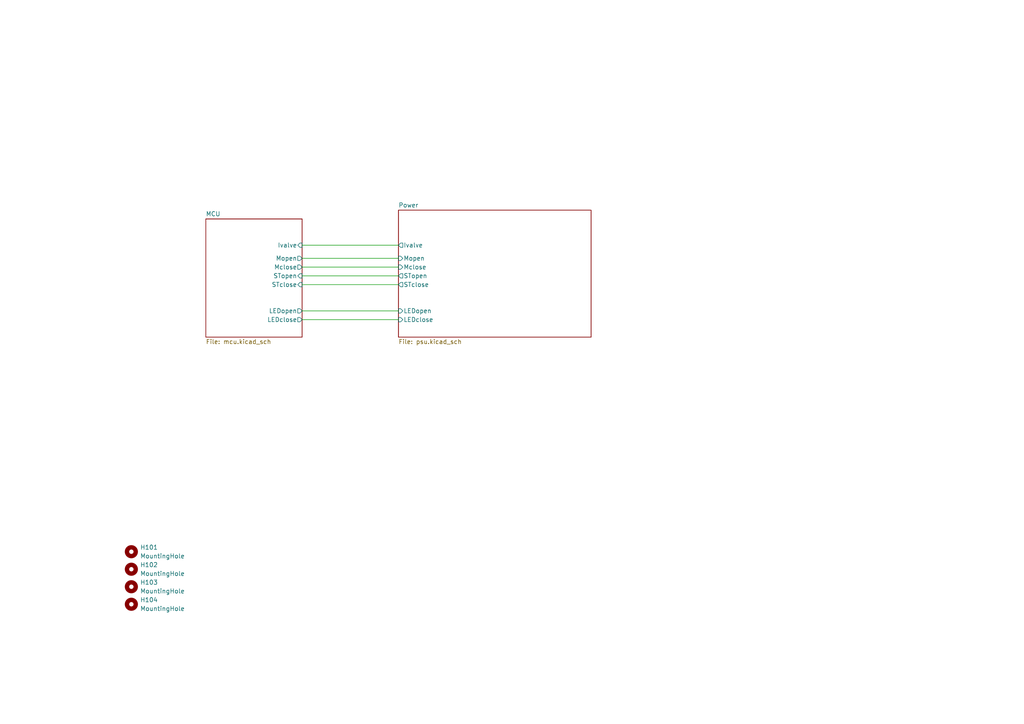
<source format=kicad_sch>
(kicad_sch (version 20250114) (generator "eeschema") (generator_version "9.0")
  (paper "A4")
  (lib_symbols
    (symbol "Mechanical:MountingHole" (pin_names (offset 1.016)) (exclude_from_sim yes) (in_bom no)
      (property "Reference" "H" (at 0 5.08 0))
      (property "Value" "MountingHole" (at 0 3.175 0))
      (symbol "MountingHole_0_1"
        (circle (center 0 0) (radius 1.27) (stroke (width 1.27)))
      )
    )
  )
  (wire (pts (xy 87.63 74.93) (xy 115.57 74.93)))
  (wire (pts (xy 87.63 77.47) (xy 115.57 77.47)))
  (wire (pts (xy 87.63 90.17) (xy 115.57 90.17)))
  (wire (pts (xy 87.63 92.71) (xy 115.57 92.71)))
  (wire (pts (xy 87.63 82.55) (xy 115.57 82.55)))
  (wire (pts (xy 87.63 71.12) (xy 115.57 71.12)))
  (wire (pts (xy 87.63 80.01) (xy 115.57 80.01)))
  (symbol (lib_id "Mechanical:MountingHole") (at 38.1 160.02 0) (unit 1) (exclude_from_sim yes) (in_bom no)
    (property "Reference" "H101" (at 40.64 158.7499 0) (effects (justify left)))
    (property "Value" "MountingHole" (at 40.64 161.2899 0) (effects (justify left)))
    (property "Footprint" "MountingHole:MountingHole_3.2mm_M3_ISO14580" (effects (hide yes)))
    (property "Description" "Mounting Hole without connection" (effects (hide yes)))
  )
  (symbol (lib_id "Mechanical:MountingHole") (at 38.1 165.1 0) (unit 1) (exclude_from_sim yes) (in_bom no)
    (property "Reference" "H102" (at 40.64 163.8299 0) (effects (justify left)))
    (property "Value" "MountingHole" (at 40.64 166.3699 0) (effects (justify left)))
    (property "Footprint" "MountingHole:MountingHole_3.2mm_M3_ISO14580" (effects (hide yes)))
    (property "Description" "Mounting Hole without connection" (effects (hide yes)))
  )
  (symbol (lib_id "Mechanical:MountingHole") (at 38.1 170.18 0) (unit 1) (exclude_from_sim yes) (in_bom no)
    (property "Reference" "H103" (at 40.64 168.9099 0) (effects (justify left)))
    (property "Value" "MountingHole" (at 40.64 171.4499 0) (effects (justify left)))
    (property "Footprint" "MountingHole:MountingHole_3.2mm_M3_ISO14580" (effects (hide yes)))
    (property "Description" "Mounting Hole without connection" (effects (hide yes)))
  )
  (symbol (lib_id "Mechanical:MountingHole") (at 38.1 175.26 0) (unit 1) (exclude_from_sim yes) (in_bom no)
    (property "Reference" "H104" (at 40.64 173.9899 0) (effects (justify left)))
    (property "Value" "MountingHole" (at 40.64 176.5299 0) (effects (justify left)))
    (property "Footprint" "MountingHole:MountingHole_3.2mm_M3_ISO14580" (effects (hide yes)))
    (property "Description" "Mounting Hole without connection" (effects (hide yes)))
  )
  (sheet (at 115.57 60.96) (size 55.88 36.83) (stroke (width 0.1524))
    (property "Sheetname" "Power" (at 115.57 60.2484 0) (effects (justify left bottom)))
    (property "Sheetfile" "psu.kicad_sch" (at 115.57 98.3746 0) (effects (justify left top)))
    (pin "STclose" output (at 115.57 82.55 180))
    (pin "STopen" output (at 115.57 80.01 180))
    (pin "Mclose" input (at 115.57 77.47 180))
    (pin "Mopen" input (at 115.57 74.93 180))
    (pin "LEDopen" input (at 115.57 90.17 180))
    (pin "LEDclose" input (at 115.57 92.71 180))
    (pin "Ivalve" output (at 115.57 71.12 180))
  )
  (sheet (at 59.69 63.5) (size 27.94 34.29) (stroke (width 0.1524))
    (property "Sheetname" "MCU" (at 59.69 62.7884 0) (effects (justify left bottom)))
    (property "Sheetfile" "mcu.kicad_sch" (at 59.69 98.3746 0) (effects (justify left top)))
    (pin "Mclose" output (at 87.63 77.47 0))
    (pin "Mopen" output (at 87.63 74.93 0))
    (pin "STopen" input (at 87.63 80.01 0))
    (pin "STclose" input (at 87.63 82.55 0))
    (pin "LEDclose" output (at 87.63 92.71 0))
    (pin "LEDopen" output (at 87.63 90.17 0))
    (pin "Ivalve" input (at 87.63 71.12 0))
  )
)
</source>
